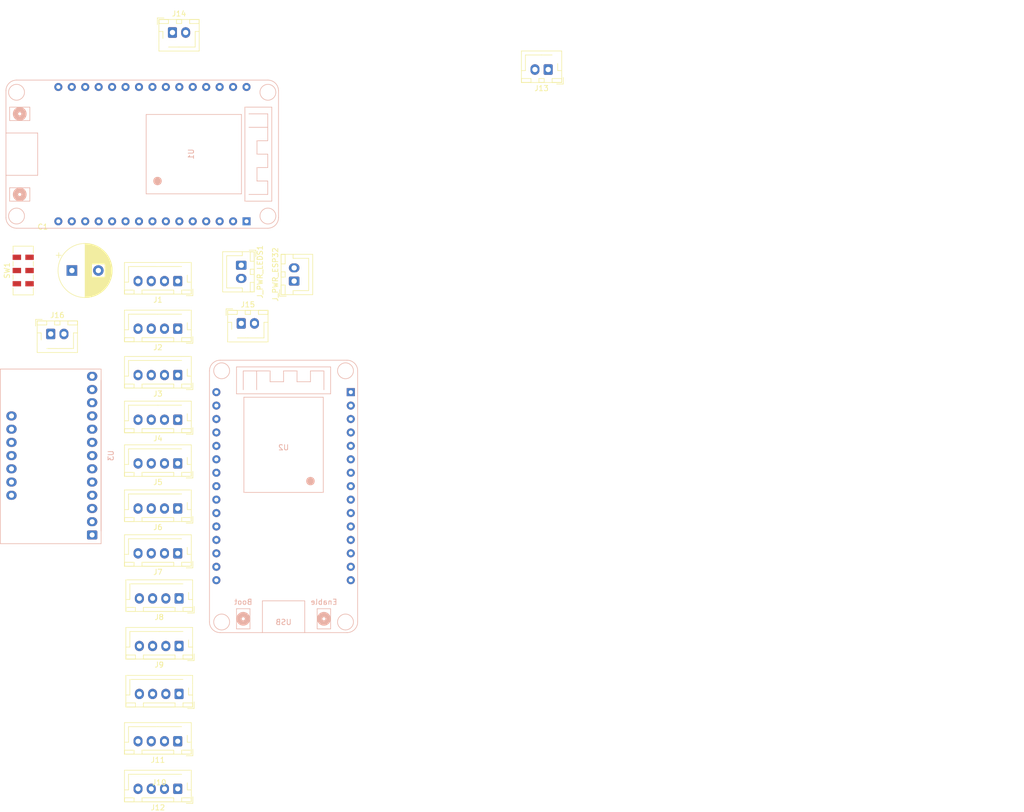
<source format=kicad_pcb>
(kicad_pcb (version 20211014) (generator pcbnew)
  (layers (0 "F.Cu" signal) (31 "B.Cu" signal) (34 "B.Paste" user) (35 "F.Paste" user) (36 "B.SilkS" user "B.Silkscreen") (37 "F.SilkS" user "F.Silkscreen") (38 "B.Mask" user) (39 "F.Mask" user) (44 "Edge.Cuts" user))
  (net 0 "")
  (net 8 "Net-(J_PWR_ESP32-Pad2)")
  (net 11 "+5V")
  (net 12 "GND")
  (net 13 "VCC")
  (net 23 "/MAIN_CONTROLLER_3V3")
  (net 31 "/SCL")
  (net 38 "/LED_P32")
  (net 39 "/LED_P33")
  (net 40 "/LED_P25")
  (net 41 "/LED_P26")
  (net 42 "/LED_P27")
  (net 43 "/LED_P14")
  (net 44 "/LED_P12")
  (net 45 "/LED_P13")
  (net 53 "/LED_P5")
  (net 54 "/LED_P18")
  (net 55 "/LED_P19")
  (net 56 "/SDA")
  (net 59 "/LED_P23")
  (net 63 "/TOUCH1")
  (net 64 "/TOUCH2")
  (net 65 "/TOUCH3")
  (net 66 "/TOUCH4")
  (net 67 "/TOUCH5")
  (net 68 "/TOUCH6")
  (net 69 "/TOUCH7")
  (net 70 "/TOUCH8")
  (net 71 "/TOUCH9")
  (net 72 "/TOUCH10")
  (net 73 "/TOUCH11")
  (net 74 "/TOUCH12")
  (footprint "Connector_JST:JST_XH_B4B-XH-AM_1x04_P2.50mm_Vertical" (layer "F.Cu") (at 102.75 146.14 180)
    (fp_text reference "J9" (at 3.75 -3.55) (layer "F.SilkS"))
    (fp_text value "Conn_01x04_Male")
    (pad "" np_thru_hole circle (at -1.6 2 180) (size 1.2 1.2) (drill 1.2) (layers *.Cu *.Mask))
    (pad "1" thru_hole roundrect (at 0 0 180) (size 1.7 1.95) (drill 0.95) (layers *.Cu *.Mask) (roundrect_rratio 0.147059) (net 54 "/LED_P18"))
    (pad "2" thru_hole oval (at 2.5 0 180) (size 1.7 1.95) (drill 0.95) (layers *.Cu *.Mask) (net 12 "GND"))
    (pad "3" thru_hole oval (at 5 0 180) (size 1.7 1.95) (drill 0.95) (layers *.Cu *.Mask) (net 11 "+5V"))
    (pad "4" thru_hole oval (at 7.5 0 180) (size 1.7 1.95) (drill 0.95) (layers *.Cu *.Mask) (net 63 "/TOUCH1"))
  )
  (footprint "Connector_JST:JST_XH_B4B-XH-AM_1x04_P2.50mm_Vertical" (layer "F.Cu") (at 102.5 128.615 180)
    (fp_text reference "J7" (at 3.75 -3.55) (layer "F.SilkS"))
    (fp_text value "Conn_01x04_Male")
    (pad "" np_thru_hole circle (at -1.6 2 180) (size 1.2 1.2) (drill 1.2) (layers *.Cu *.Mask))
    (pad "1" thru_hole roundrect (at 0 0 180) (size 1.7 1.95) (drill 0.95) (layers *.Cu *.Mask) (roundrect_rratio 0.147059) (net 59 "/LED_P23"))
    (pad "2" thru_hole oval (at 2.5 0 180) (size 1.7 1.95) (drill 0.95) (layers *.Cu *.Mask) (net 12 "GND"))
    (pad "3" thru_hole oval (at 5 0 180) (size 1.7 1.95) (drill 0.95) (layers *.Cu *.Mask) (net 11 "+5V"))
    (pad "4" thru_hole oval (at 7.5 0 180) (size 1.7 1.95) (drill 0.95) (layers *.Cu *.Mask) (net 68 "/TOUCH6"))
  )
  (footprint "Connector_JST:JST_XH_B2B-XH-AM_1x02_P2.50mm_Vertical" (layer "F.Cu") (at 172.5 37.14 180)
    (fp_text reference "J13" (at 1.25 -3.55) (layer "F.SilkS"))
    (fp_text value "SDA_SCL_BRIDGE")
    (pad "" np_thru_hole circle (at -1.6 2 180) (size 1.2 1.2) (drill 1.2) (layers *.Cu *.Mask))
    (pad "1" thru_hole roundrect (at 0 0 180) (size 1.7 2) (drill 1) (layers *.Cu *.Mask) (roundrect_rratio 0.147059) (net 56 "/SDA"))
    (pad "2" thru_hole oval (at 2.5 0 180) (size 1.7 2) (drill 1) (layers *.Cu *.Mask) (net 31 "/SCL"))
  )
  (footprint "Connector_JST:JST_XH_B4B-XH-AM_1x04_P2.50mm_Vertical" (layer "F.Cu") (at 102.5 77.14 180)
    (fp_text reference "J1" (at 3.75 -3.55) (layer "F.SilkS"))
    (fp_text value "Conn_01x04_Male")
    (pad "" np_thru_hole circle (at -1.6 2 180) (size 1.2 1.2) (drill 1.2) (layers *.Cu *.Mask))
    (pad "1" thru_hole roundrect (at 0 0 180) (size 1.7 1.95) (drill 0.95) (layers *.Cu *.Mask) (roundrect_rratio 0.147059) (net 38 "/LED_P32"))
    (pad "2" thru_hole oval (at 2.5 0 180) (size 1.7 1.95) (drill 0.95) (layers *.Cu *.Mask) (net 12 "GND"))
    (pad "3" thru_hole oval (at 5 0 180) (size 1.7 1.95) (drill 0.95) (layers *.Cu *.Mask) (net 11 "+5V"))
    (pad "4" thru_hole oval (at 7.5 0 180) (size 1.7 1.95) (drill 0.95) (layers *.Cu *.Mask) (net 74 "/TOUCH12"))
  )
  (footprint "Connector_JST:JST_XH_B4B-XH-AM_1x04_P2.50mm_Vertical" (layer "F.Cu") (at 102.5 86.14 180)
    (fp_text reference "J2" (at 3.75 -3.55) (layer "F.SilkS"))
    (fp_text value "Conn_01x04_Male")
    (pad "" np_thru_hole circle (at -1.6 2 180) (size 1.2 1.2) (drill 1.2) (layers *.Cu *.Mask))
    (pad "1" thru_hole roundrect (at 0 0 180) (size 1.7 1.95) (drill 0.95) (layers *.Cu *.Mask) (roundrect_rratio 0.147059) (net 39 "/LED_P33"))
    (pad "2" thru_hole oval (at 2.5 0 180) (size 1.7 1.95) (drill 0.95) (layers *.Cu *.Mask) (net 12 "GND"))
    (pad "3" thru_hole oval (at 5 0 180) (size 1.7 1.95) (drill 0.95) (layers *.Cu *.Mask) (net 11 "+5V"))
    (pad "4" thru_hole oval (at 7.5 0 180) (size 1.7 1.95) (drill 0.95) (layers *.Cu *.Mask) (net 73 "/TOUCH11"))
  )
  (footprint "Button_Switch_SMD:SW_DPDT_CK_JS202011JCQN" (layer "F.Cu") (at 73.3 75.14 90)
    (fp_text reference "SW1" (at 0 -3.05 90) (layer "F.SilkS"))
    (fp_text value "SW_SPDT")
    (pad "1" smd rect (at -2.5 -1.2 90) (size 1 1.6) (layers "F.Cu" "F.Paste" "F.Mask") (net 13 "VCC"))
    (pad "2" smd rect (at 0 -1.2 90) (size 1 1.6) (layers "F.Cu" "F.Paste" "F.Mask") (net 8 "Net-(J_PWR_ESP32-Pad2)"))
    (pad "3" smd rect (at 2.5 -1.2 90) (size 1 1.6) (layers "F.Cu" "F.Paste" "F.Mask"))
    (pad "4" smd rect (at -2.5 1.2 90) (size 1 1.6) (layers "F.Cu" "F.Paste" "F.Mask"))
    (pad "5" smd rect (at 0 1.2 90) (size 1 1.6) (layers "F.Cu" "F.Paste" "F.Mask"))
    (pad "6" smd rect (at 2.5 1.2 90) (size 1 1.6) (layers "F.Cu" "F.Paste" "F.Mask"))
  )
  (footprint "Connector_JST:JST_XH_B4B-XH-AM_1x04_P2.50mm_Vertical" (layer "F.Cu") (at 102.75 155.2 180)
    (fp_text reference "J10" (at 3.75 -16.735) (layer "F.SilkS"))
    (fp_text value "Conn_01x04_Male")
    (pad "" np_thru_hole circle (at -1.6 2 180) (size 1.2 1.2) (drill 1.2) (layers *.Cu *.Mask))
    (pad "1" thru_hole roundrect (at 0 0 180) (size 1.7 1.95) (drill 0.95) (layers *.Cu *.Mask) (roundrect_rratio 0.147059) (net 53 "/LED_P5"))
    (pad "2" thru_hole oval (at 2.5 0 180) (size 1.7 1.95) (drill 0.95) (layers *.Cu *.Mask) (net 12 "GND"))
    (pad "3" thru_hole oval (at 5 0 180) (size 1.7 1.95) (drill 0.95) (layers *.Cu *.Mask) (net 11 "+5V"))
    (pad "4" thru_hole oval (at 7.5 0 180) (size 1.7 1.95) (drill 0.95) (layers *.Cu *.Mask) (net 64 "/TOUCH2"))
  )
  (footprint "Connector_JST:JST_XH_B4B-XH-AM_1x04_P2.50mm_Vertical" (layer "F.Cu") (at 102.5 164.14 180)
    (fp_text reference "J11" (at 3.75 -3.55) (layer "F.SilkS"))
    (fp_text value "Conn_01x04_Male")
    (pad "" np_thru_hole circle (at -1.6 2 180) (size 1.2 1.2) (drill 1.2) (layers *.Cu *.Mask))
    (pad "1" thru_hole roundrect (at 0 0 180) (size 1.7 1.95) (drill 0.95) (layers *.Cu *.Mask) (roundrect_rratio 0.147059) (net 44 "/LED_P12"))
    (pad "2" thru_hole oval (at 2.5 0 180) (size 1.7 1.95) (drill 0.95) (layers *.Cu *.Mask) (net 12 "GND"))
    (pad "3" thru_hole oval (at 5 0 180) (size 1.7 1.95) (drill 0.95) (layers *.Cu *.Mask) (net 11 "+5V"))
    (pad "4" thru_hole oval (at 7.5 0 180) (size 1.7 1.95) (drill 0.95) (layers *.Cu *.Mask) (net 65 "/TOUCH3"))
  )
  (footprint "Connector_JST:JST_XH_B4B-XH-AM_1x04_P2.50mm_Vertical" (layer "F.Cu") (at 102.75 137.14 180)
    (fp_text reference "J8" (at 3.75 -3.55) (layer "F.SilkS"))
    (fp_text value "Conn_01x04_Male")
    (pad "" np_thru_hole circle (at -1.6 2 180) (size 1.2 1.2) (drill 1.2) (layers *.Cu *.Mask))
    (pad "1" thru_hole roundrect (at 0 0 180) (size 1.7 1.95) (drill 0.95) (layers *.Cu *.Mask) (roundrect_rratio 0.147059) (net 55 "/LED_P19"))
    (pad "2" thru_hole oval (at 2.5 0 180) (size 1.7 1.95) (drill 0.95) (layers *.Cu *.Mask) (net 12 "GND"))
    (pad "3" thru_hole oval (at 5 0 180) (size 1.7 1.95) (drill 0.95) (layers *.Cu *.Mask) (net 11 "+5V"))
    (pad "4" thru_hole oval (at 7.5 0 180) (size 1.7 1.95) (drill 0.95) (layers *.Cu *.Mask) (net 67 "/TOUCH5"))
  )
  (footprint "Connector_JST:JST_XH_B2B-XH-A_1x02_P2.50mm_Vertical" (layer "F.Cu") (at 124.5 77.14 90)
    (fp_text reference "J_PWR_ESP32" (at 1.25 -3.55 90) (layer "F.SilkS"))
    (fp_text value "Conn_01x02_Male")
    (pad "1" thru_hole roundrect (at 0 0 90) (size 1.7 2) (drill 1) (layers *.Cu *.Mask) (roundrect_rratio 0.147059) (net 12 "GND"))
    (pad "2" thru_hole oval (at 2.5 0 90) (size 1.7 2) (drill 1) (layers *.Cu *.Mask) (net 8 "Net-(J_PWR_ESP32-Pad2)"))
  )
  (footprint "Capacitor_THT:CP_Radial_D10.0mm_P5.00mm" (layer "F.Cu") (at 82.5 75.14)
    (fp_text reference "C1" (at -5.5 -8.25) (layer "F.SilkS"))
    (fp_text value "1000uF")
    (pad "1" thru_hole rect (at 0 0) (size 2 2) (drill 1) (layers *.Cu *.Mask) (net 11 "+5V"))
    (pad "2" thru_hole circle (at 5 0) (size 2 2) (drill 1) (layers *.Cu *.Mask) (net 12 "GND"))
  )
  (footprint "Connector_JST:JST_XH_B2B-XH-AM_1x02_P2.50mm_Vertical" (layer "F.Cu") (at 101.5 30.14)
    (fp_text reference "J14" (at 1.25 -3.55) (layer "F.SilkS"))
    (fp_text value "SDA_SCL_BRIDGE")
    (pad "" np_thru_hole circle (at -1.6 2) (size 1.2 1.2) (drill 1.2) (layers *.Cu *.Mask))
    (pad "1" thru_hole roundrect (at 0 0) (size 1.7 2) (drill 1) (layers *.Cu *.Mask) (roundrect_rratio 0.147059) (net 56 "/SDA"))
    (pad "2" thru_hole oval (at 2.5 0) (size 1.7 2) (drill 1) (layers *.Cu *.Mask) (net 31 "/SCL"))
  )
  (footprint "Connector_JST:JST_XH_B4B-XH-AM_1x04_P2.50mm_Vertical" (layer "F.Cu") (at 102.5 173.14 180)
    (fp_text reference "J12" (at 3.75 -3.55) (layer "F.SilkS"))
    (fp_text value "Conn_01x04_Male")
    (pad "" np_thru_hole circle (at -1.6 2 180) (size 1.2 1.2) (drill 1.2) (layers *.Cu *.Mask))
    (pad "1" thru_hole roundrect (at 0 0 180) (size 1.7 1.95) (drill 0.95) (layers *.Cu *.Mask) (roundrect_rratio 0.147059) (net 45 "/LED_P13"))
    (pad "2" thru_hole oval (at 2.5 0 180) (size 1.7 1.95) (drill 0.95) (layers *.Cu *.Mask) (net 12 "GND"))
    (pad "3" thru_hole oval (at 5 0 180) (size 1.7 1.95) (drill 0.95) (layers *.Cu *.Mask) (net 11 "+5V"))
    (pad "4" thru_hole oval (at 7.5 0 180) (size 1.7 1.95) (drill 0.95) (layers *.Cu *.Mask) (net 66 "/TOUCH4"))
  )
  (footprint "Connector_JST:JST_XH_B4B-XH-AM_1x04_P2.50mm_Vertical" (layer "F.Cu") (at 102.5 103.35 180)
    (fp_text reference "J4" (at 3.75 -3.55) (layer "F.SilkS"))
    (fp_text value "Conn_01x04_Male")
    (pad "" np_thru_hole circle (at -1.6 2 180) (size 1.2 1.2) (drill 1.2) (layers *.Cu *.Mask))
    (pad "1" thru_hole roundrect (at 0 0 180) (size 1.7 1.95) (drill 0.95) (layers *.Cu *.Mask) (roundrect_rratio 0.147059) (net 41 "/LED_P26"))
    (pad "2" thru_hole oval (at 2.5 0 180) (size 1.7 1.95) (drill 0.95) (layers *.Cu *.Mask) (net 12 "GND"))
    (pad "3" thru_hole oval (at 5 0 180) (size 1.7 1.95) (drill 0.95) (layers *.Cu *.Mask) (net 11 "+5V"))
    (pad "4" thru_hole oval (at 7.5 0 180) (size 1.7 1.95) (drill 0.95) (layers *.Cu *.Mask) (net 71 "/TOUCH9"))
  )
  (footprint "Connector_JST:JST_XH_B2B-XH-AM_1x02_P2.50mm_Vertical" (layer "F.Cu") (at 78.5 87.14)
    (fp_text reference "J16" (at 1.25 -3.55) (layer "F.SilkS"))
    (fp_text value "SDA_SCL_BRIDGE")
    (pad "" np_thru_hole circle (at -1.6 2) (size 1.2 1.2) (drill 1.2) (layers *.Cu *.Mask))
    (pad "1" thru_hole roundrect (at 0 0) (size 1.7 2) (drill 1) (layers *.Cu *.Mask) (roundrect_rratio 0.147059) (net 56 "/SDA"))
    (pad "2" thru_hole oval (at 2.5 0) (size 1.7 2) (drill 1) (layers *.Cu *.Mask) (net 31 "/SCL"))
  )
  (footprint "Connector_JST:JST_XH_B4B-XH-AM_1x04_P2.50mm_Vertical" (layer "F.Cu") (at 102.5 111.615 180)
    (fp_text reference "J5" (at 3.75 -3.55) (layer "F.SilkS"))
    (fp_text value "Conn_01x04_Male")
    (pad "" np_thru_hole circle (at -1.6 2 180) (size 1.2 1.2) (drill 1.2) (layers *.Cu *.Mask))
    (pad "1" thru_hole roundrect (at 0 0 180) (size 1.7 1.95) (drill 0.95) (layers *.Cu *.Mask) (roundrect_rratio 0.147059) (net 42 "/LED_P27"))
    (pad "2" thru_hole oval (at 2.5 0 180) (size 1.7 1.95) (drill 0.95) (layers *.Cu *.Mask) (net 12 "GND"))
    (pad "3" thru_hole oval (at 5 0 180) (size 1.7 1.95) (drill 0.95) (layers *.Cu *.Mask) (net 11 "+5V"))
    (pad "4" thru_hole oval (at 7.5 0 180) (size 1.7 1.95) (drill 0.95) (layers *.Cu *.Mask) (net 70 "/TOUCH8"))
  )
  (footprint "Connector_JST:JST_XH_B4B-XH-AM_1x04_P2.50mm_Vertical" (layer "F.Cu") (at 102.5 120.14 180)
    (fp_text reference "J6" (at 3.75 -3.55) (layer "F.SilkS"))
    (fp_text value "Conn_01x04_Male")
    (pad "" np_thru_hole circle (at -1.6 2 180) (size 1.2 1.2) (drill 1.2) (layers *.Cu *.Mask))
    (pad "1" thru_hole roundrect (at 0 0 180) (size 1.7 1.95) (drill 0.95) (layers *.Cu *.Mask) (roundrect_rratio 0.147059) (net 43 "/LED_P14"))
    (pad "2" thru_hole oval (at 2.5 0 180) (size 1.7 1.95) (drill 0.95) (layers *.Cu *.Mask) (net 12 "GND"))
    (pad "3" thru_hole oval (at 5 0 180) (size 1.7 1.95) (drill 0.95) (layers *.Cu *.Mask) (net 11 "+5V"))
    (pad "4" thru_hole oval (at 7.5 0 180) (size 1.7 1.95) (drill 0.95) (layers *.Cu *.Mask) (net 69 "/TOUCH7"))
  )
  (footprint "Connector_JST:JST_XH_B2B-XH-AM_1x02_P2.50mm_Vertical" (layer "F.Cu") (at 114.5 85.14)
    (fp_text reference "J15" (at 1.25 -3.55) (layer "F.SilkS"))
    (fp_text value "SDA_SCL_BRIDGE")
    (pad "" np_thru_hole circle (at -1.6 2) (size 1.2 1.2) (drill 1.2) (layers *.Cu *.Mask))
    (pad "1" thru_hole roundrect (at 0 0) (size 1.7 2) (drill 1) (layers *.Cu *.Mask) (roundrect_rratio 0.147059) (net 56 "/SDA"))
    (pad "2" thru_hole oval (at 2.5 0) (size 1.7 2) (drill 1) (layers *.Cu *.Mask) (net 31 "/SCL"))
  )
  (footprint "Connector_JST:JST_XH_B4B-XH-AM_1x04_P2.50mm_Vertical" (layer "F.Cu") (at 102.5 94.905 180)
    (fp_text reference "J3" (at 3.75 -3.55) (layer "F.SilkS"))
    (fp_text value "Conn_01x04_Male")
    (pad "" np_thru_hole circle (at -1.6 2 180) (size 1.2 1.2) (drill 1.2) (layers *.Cu *.Mask))
    (pad "1" thru_hole roundrect (at 0 0 180) (size 1.7 1.95) (drill 0.95) (layers *.Cu *.Mask) (roundrect_rratio 0.147059) (net 40 "/LED_P25"))
    (pad "2" thru_hole oval (at 2.5 0 180) (size 1.7 1.95) (drill 0.95) (layers *.Cu *.Mask) (net 12 "GND"))
    (pad "3" thru_hole oval (at 5 0 180) (size 1.7 1.95) (drill 0.95) (layers *.Cu *.Mask) (net 11 "+5V"))
    (pad "4" thru_hole oval (at 7.5 0 180) (size 1.7 1.95) (drill 0.95) (layers *.Cu *.Mask) (net 72 "/TOUCH10"))
  )
  (footprint "Connector_JST:JST_XH_B2B-XH-A_1x02_P2.50mm_Vertical" (layer "F.Cu") (at 114.5 74.14 -90)
    (fp_text reference "J_PWR_LEDS1" (at 1.25 -3.55 90) (layer "F.SilkS"))
    (fp_text value "Conn_01x02_Male")
    (pad "1" thru_hole roundrect (at 0 0 270) (size 1.7 2) (drill 1) (layers *.Cu *.Mask) (roundrect_rratio 0.147059) (net 11 "+5V"))
    (pad "2" thru_hole oval (at 2.5 0 270) (size 1.7 2) (drill 1) (layers *.Cu *.Mask) (net 12 "GND"))
  )
  (footprint "ESP32_devkit_v1:esp32_devkit_v1_doit" (layer "B.Cu") (at 122.5 98.14 180)
    (fp_text reference "U2" (at 0 -10.47) (layer "B.SilkS") (effects (justify mirror)))
    (fp_text value "LED_CONTROLLER")
    (fp_text user "Boot" (at 7.62 -39.68) (layer "B.SilkS") (effects (justify mirror)))
    (fp_text user "USB" (at 0 -43.49) (layer "B.SilkS") (effects (justify mirror)))
    (fp_text user "Enable" (at -7.62 -39.68) (layer "B.SilkS") (effects (justify mirror)))
    (pad "1" thru_hole rect locked (at -12.7 0 180) (size 1.524 1.524) (drill 0.762) (layers *.Cu *.Mask))
    (pad "2" thru_hole circle locked (at -12.7 -2.54 180) (size 1.524 1.524) (drill 0.762) (layers *.Cu *.Mask))
    (pad "3" thru_hole circle locked (at -12.7 -5.08 180) (size 1.524 1.524) (drill 0.762) (layers *.Cu *.Mask))
    (pad "4" thru_hole circle locked (at -12.7 -7.62 180) (size 1.524 1.524) (drill 0.762) (layers *.Cu *.Mask))
    (pad "5" thru_hole circle locked (at -12.7 -10.16 180) (size 1.524 1.524) (drill 0.762) (layers *.Cu *.Mask))
    (pad "6" thru_hole circle locked (at -12.7 -12.7 180) (size 1.524 1.524) (drill 0.762) (layers *.Cu *.Mask) (net 38 "/LED_P32"))
    (pad "7" thru_hole circle locked (at -12.7 -15.24 180) (size 1.524 1.524) (drill 0.762) (layers *.Cu *.Mask) (net 39 "/LED_P33"))
    (pad "8" thru_hole circle locked (at -12.7 -17.78 180) (size 1.524 1.524) (drill 0.762) (layers *.Cu *.Mask) (net 40 "/LED_P25"))
    (pad "9" thru_hole circle locked (at -12.7 -20.32 180) (size 1.524 1.524) (drill 0.762) (layers *.Cu *.Mask) (net 41 "/LED_P26"))
    (pad "10" thru_hole circle locked (at -12.7 -22.86 180) (size 1.524 1.524) (drill 0.762) (layers *.Cu *.Mask) (net 42 "/LED_P27"))
    (pad "11" thru_hole circle locked (at -12.7 -25.4 180) (size 1.524 1.524) (drill 0.762) (layers *.Cu *.Mask) (net 43 "/LED_P14"))
    (pad "12" thru_hole circle locked (at -12.7 -27.94 180) (size 1.524 1.524) (drill 0.762) (layers *.Cu *.Mask) (net 44 "/LED_P12"))
    (pad "13" thru_hole circle locked (at -12.7 -30.48 180) (size 1.524 1.524) (drill 0.762) (layers *.Cu *.Mask) (net 45 "/LED_P13"))
    (pad "14" thru_hole circle locked (at -12.7 -33.02 180) (size 1.524 1.524) (drill 0.762) (layers *.Cu *.Mask) (net 12 "GND"))
    (pad "15" thru_hole circle locked (at -12.7 -35.56 180) (size 1.524 1.524) (drill 0.762) (layers *.Cu *.Mask) (net 11 "+5V"))
    (pad "16" thru_hole circle locked (at 12.7 -35.56 180) (size 1.524 1.524) (drill 0.762) (layers *.Cu *.Mask))
    (pad "17" thru_hole circle locked (at 12.7 -33.02 180) (size 1.524 1.524) (drill 0.762) (layers *.Cu *.Mask))
    (pad "18" thru_hole circle locked (at 12.7 -30.48 180) (size 1.524 1.524) (drill 0.762) (layers *.Cu *.Mask))
    (pad "19" thru_hole circle locked (at 12.7 -27.94 180) (size 1.524 1.524) (drill 0.762) (layers *.Cu *.Mask))
    (pad "20" thru_hole circle locked (at 12.7 -25.4 180) (size 1.524 1.524) (drill 0.762) (layers *.Cu *.Mask))
    (pad "21" thru_hole circle locked (at 12.7 -22.86 180) (size 1.524 1.524) (drill 0.762) (layers *.Cu *.Mask))
    (pad "22" thru_hole circle locked (at 12.7 -20.32 180) (size 1.524 1.524) (drill 0.762) (layers *.Cu *.Mask))
    (pad "23" thru_hole circle locked (at 12.7 -17.78 180) (size 1.524 1.524) (drill 0.762) (layers *.Cu *.Mask) (net 53 "/LED_P5"))
    (pad "24" thru_hole circle locked (at 12.7 -15.24 180) (size 1.524 1.524) (drill 0.762) (layers *.Cu *.Mask) (net 54 "/LED_P18"))
    (pad "25" thru_hole circle locked (at 12.7 -12.7 180) (size 1.524 1.524) (drill 0.762) (layers *.Cu *.Mask) (net 55 "/LED_P19"))
    (pad "26" thru_hole circle locked (at 12.7 -10.16 180) (size 1.524 1.524) (drill 0.762) (layers *.Cu *.Mask) (net 56 "/SDA"))
    (pad "27" thru_hole circle locked (at 12.7 -7.62 180) (size 1.524 1.524) (drill 0.762) (layers *.Cu *.Mask))
    (pad "28" thru_hole circle locked (at 12.7 -5.08 180) (size 1.524 1.524) (drill 0.762) (layers *.Cu *.Mask))
    (pad "29" thru_hole circle locked (at 12.7 -2.54 180) (size 1.524 1.524) (drill 0.762) (layers *.Cu *.Mask) (net 31 "/SCL"))
    (pad "30" thru_hole circle locked (at 12.7 0 180) (size 1.524 1.524) (drill 0.762) (layers *.Cu *.Mask) (net 59 "/LED_P23"))
  )
  (footprint "mpr121_test-3:custom-mpr121" (layer "B.Cu") (at 86.325 125.14 90)
    (fp_text reference "U3" (at 15 3.55 90) (layer "B.SilkS") (effects (justify mirror)))
    (fp_text value "MPR121QR2")
    (pad "1" thru_hole oval (at 20 -15.24 90) (size 1.7 1.95) (drill 0.95) (layers *.Cu *.Mask))
    (pad "2" thru_hole oval (at 17.5 -15.24 90) (size 1.7 1.95) (drill 0.95) (layers *.Cu *.Mask) (net 31 "/SCL"))
    (pad "3" thru_hole oval (at 15 -15.24 90) (size 1.7 1.95) (drill 0.95) (layers *.Cu *.Mask) (net 56 "/SDA"))
    (pad "4" thru_hole oval (at 22.5 -15.24 90) (size 1.7 1.95) (drill 0.95) (layers *.Cu *.Mask))
    (pad "5" thru_hole oval (at 10 -15.24 90) (size 1.7 1.95) (drill 0.95) (layers *.Cu *.Mask))
    (pad "6" thru_hole oval (at 12.5 -15.24 90) (size 1.7 1.95) (drill 0.95) (layers *.Cu *.Mask))
    (pad "7" thru_hole oval (at 30 0 90) (size 1.7 1.95) (drill 0.95) (layers *.Cu *.Mask) (net 12 "GND"))
    (pad "8" thru_hole roundrect (at 0 0 90) (size 1.7 1.95) (drill 0.95) (layers *.Cu *.Mask) (roundrect_rratio 0.147059) (net 63 "/TOUCH1"))
    (pad "9" thru_hole oval (at 2.5 0 90) (size 1.7 1.95) (drill 0.95) (layers *.Cu *.Mask) (net 64 "/TOUCH2"))
    (pad "10" thru_hole oval (at 5 0 90) (size 1.7 1.95) (drill 0.95) (layers *.Cu *.Mask) (net 65 "/TOUCH3"))
    (pad "11" thru_hole oval (at 7.5 0 90) (size 1.7 1.95) (drill 0.95) (layers *.Cu *.Mask) (net 66 "/TOUCH4"))
    (pad "12" thru_hole oval (at 10 0 90) (size 1.7 1.95) (drill 0.95) (layers *.Cu *.Mask) (net 67 "/TOUCH5"))
    (pad "13" thru_hole oval (at 12.5 0 90) (size 1.7 1.95) (drill 0.95) (layers *.Cu *.Mask) (net 68 "/TOUCH6"))
    (pad "14" thru_hole oval (at 15 0 90) (size 1.7 1.95) (drill 0.95) (layers *.Cu *.Mask) (net 69 "/TOUCH7"))
    (pad "15" thru_hole oval (at 17.5 0 90) (size 1.7 1.95) (drill 0.95) (layers *.Cu *.Mask) (net 70 "/TOUCH8"))
    (pad "16" thru_hole oval (at 20 0 90) (size 1.7 1.95) (drill 0.95) (layers *.Cu *.Mask) (net 71 "/TOUCH9"))
    (pad "17" thru_hole oval (at 22.5 0 90) (size 1.7 1.95) (drill 0.95) (layers *.Cu *.Mask) (net 72 "/TOUCH10"))
    (pad "18" thru_hole oval (at 25 0 90) (size 1.7 1.95) (drill 0.95) (layers *.Cu *.Mask) (net 73 "/TOUCH11"))
    (pad "19" thru_hole oval (at 27.5 0 90) (size 1.7 1.95) (drill 0.95) (layers *.Cu *.Mask) (net 74 "/TOUCH12"))
    (pad "20" thru_hole oval (at 7.5 -15.24 90) (size 1.7 1.95) (drill 0.95) (layers *.Cu *.Mask) (net 13 "VCC"))
  )
  (footprint "ESP32_devkit_v1:esp32_devkit_v1_doit" (layer "B.Cu") (at 115.5 53.14 90)
    (fp_text reference "U1" (at 0 -10.47 90) (layer "B.SilkS") (effects (justify mirror)))
    (fp_text value "ESP32_DevKit_V1_DOIT_MAIN_CONTROLLER")
    (pad "1" thru_hole rect locked (at -12.7 0 90) (size 1.524 1.524) (drill 0.762) (layers *.Cu *.Mask))
    (pad "2" thru_hole circle locked (at -12.7 -2.54 90) (size 1.524 1.524) (drill 0.762) (layers *.Cu *.Mask))
    (pad "3" thru_hole circle locked (at -12.7 -5.08 90) (size 1.524 1.524) (drill 0.762) (layers *.Cu *.Mask))
    (pad "4" thru_hole circle locked (at -12.7 -7.62 90) (size 1.524 1.524) (drill 0.762) (layers *.Cu *.Mask))
    (pad "5" thru_hole circle locked (at -12.7 -10.16 90) (size 1.524 1.524) (drill 0.762) (layers *.Cu *.Mask))
    (pad "6" thru_hole circle locked (at -12.7 -12.7 90) (size 1.524 1.524) (drill 0.762) (layers *.Cu *.Mask))
    (pad "7" thru_hole circle locked (at -12.7 -15.24 90) (size 1.524 1.524) (drill 0.762) (layers *.Cu *.Mask))
    (pad "8" thru_hole circle locked (at -12.7 -17.78 90) (size 1.524 1.524) (drill 0.762) (layers *.Cu *.Mask))
    (pad "9" thru_hole circle locked (at -12.7 -20.32 90) (size 1.524 1.524) (drill 0.762) (layers *.Cu *.Mask))
    (pad "10" thru_hole circle locked (at -12.7 -22.86 90) (size 1.524 1.524) (drill 0.762) (layers *.Cu *.Mask))
    (pad "11" thru_hole circle locked (at -12.7 -25.4 90) (size 1.524 1.524) (drill 0.762) (layers *.Cu *.Mask))
    (pad "12" thru_hole circle locked (at -12.7 -27.94 90) (size 1.524 1.524) (drill 0.762) (layers *.Cu *.Mask))
    (pad "13" thru_hole circle locked (at -12.7 -30.48 90) (size 1.524 1.524) (drill 0.762) (layers *.Cu *.Mask))
    (pad "14" thru_hole circle locked (at -12.7 -33.02 90) (size 1.524 1.524) (drill 0.762) (layers *.Cu *.Mask) (net 12 "GND"))
    (pad "15" thru_hole circle locked (at -12.7 -35.56 90) (size 1.524 1.524) (drill 0.762) (layers *.Cu *.Mask) (net 13 "VCC"))
    (pad "16" thru_hole circle locked (at 12.7 -35.56 90) (size 1.524 1.524) (drill 0.762) (layers *.Cu *.Mask) (net 23 "/MAIN_CONTROLLER_3V3"))
    (pad "17" thru_hole circle locked (at 12.7 -33.02 90) (size 1.524 1.524) (drill 0.762) (layers *.Cu *.Mask))
    (pad "18" thru_hole circle locked (at 12.7 -30.48 90) (size 1.524 1.524) (drill 0.762) (layers *.Cu *.Mask))
    (pad "19" thru_hole circle locked (at 12.7 -27.94 90) (size 1.524 1.524) (drill 0.762) (layers *.Cu *.Mask))
    (pad "20" thru_hole circle locked (at 12.7 -25.4 90) (size 1.524 1.524) (drill 0.762) (layers *.Cu *.Mask))
    (pad "21" thru_hole circle locked (at 12.7 -22.86 90) (size 1.524 1.524) (drill 0.762) (layers *.Cu *.Mask))
    (pad "22" thru_hole circle locked (at 12.7 -20.32 90) (size 1.524 1.524) (drill 0.762) (layers *.Cu *.Mask))
    (pad "23" thru_hole circle locked (at 12.7 -17.78 90) (size 1.524 1.524) (drill 0.762) (layers *.Cu *.Mask))
    (pad "24" thru_hole circle locked (at 12.7 -15.24 90) (size 1.524 1.524) (drill 0.762) (layers *.Cu *.Mask))
    (pad "25" thru_hole circle locked (at 12.7 -12.7 90) (size 1.524 1.524) (drill 0.762) (layers *.Cu *.Mask))
    (pad "26" thru_hole circle locked (at 12.7 -10.16 90) (size 1.524 1.524) (drill 0.762) (layers *.Cu *.Mask) (net 56 "/SDA"))
    (pad "27" thru_hole circle locked (at 12.7 -7.62 90) (size 1.524 1.524) (drill 0.762) (layers *.Cu *.Mask))
    (pad "28" thru_hole circle locked (at 12.7 -5.08 90) (size 1.524 1.524) (drill 0.762) (layers *.Cu *.Mask))
    (pad "29" thru_hole circle locked (at 12.7 -2.54 90) (size 1.524 1.524) (drill 0.762) (layers *.Cu *.Mask) (net 31 "/SCL"))
    (pad "30" thru_hole circle locked (at 12.7 0 90) (size 1.524 1.524) (drill 0.762) (layers *.Cu *.Mask))
  )
)
</source>
